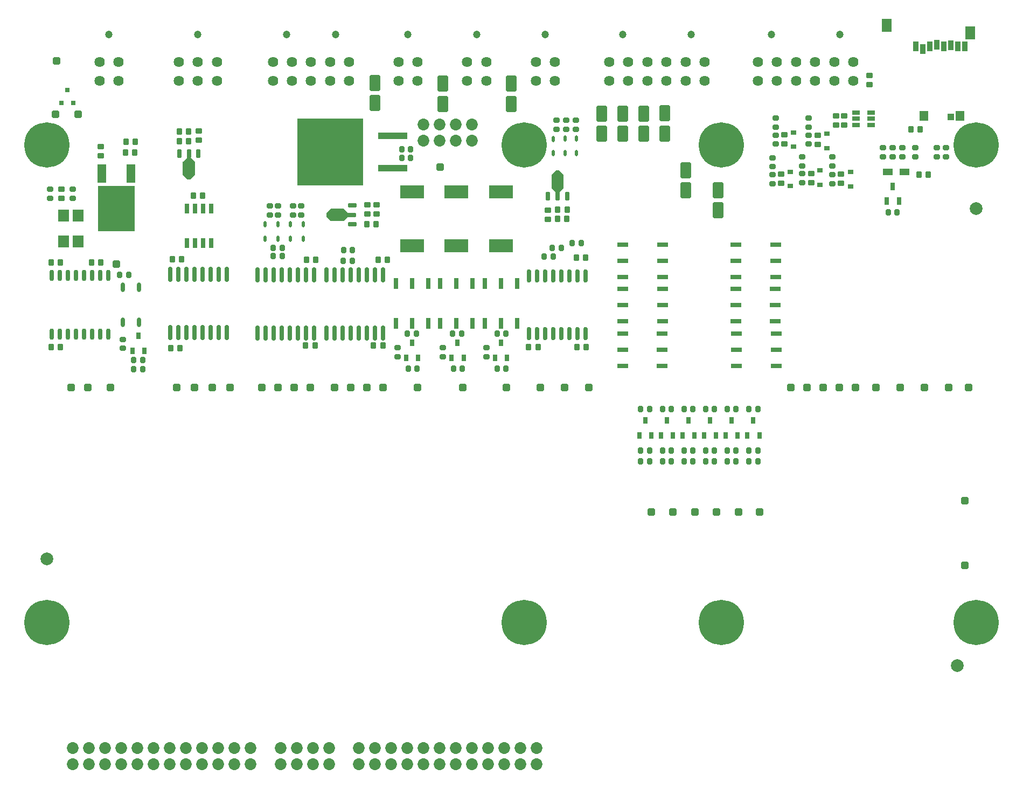
<source format=gts>
G04*
G04 #@! TF.GenerationSoftware,Altium Limited,Altium Designer,21.4.1 (30)*
G04*
G04 Layer_Color=8388736*
%FSLAX25Y25*%
%MOIN*%
G70*
G04*
G04 #@! TF.SameCoordinates,07BA8920-E91E-4FA6-B340-E2803C7595EB*
G04*
G04*
G04 #@! TF.FilePolarity,Negative*
G04*
G01*
G75*
%ADD51R,0.02762X0.04337*%
%ADD52R,0.02762X0.04534*%
%ADD53R,0.17920X0.04337*%
%ADD54R,0.40558X0.41542*%
%ADD55R,0.05912X0.07880*%
%ADD56R,0.05518X0.05912*%
%ADD57R,0.04337X0.04140*%
%ADD58R,0.03550X0.06306*%
G04:AMPARAMS|DCode=59|XSize=39.43mil|YSize=31.56mil|CornerRadius=8.89mil|HoleSize=0mil|Usage=FLASHONLY|Rotation=90.000|XOffset=0mil|YOffset=0mil|HoleType=Round|Shape=RoundedRectangle|*
%AMROUNDEDRECTD59*
21,1,0.03943,0.01378,0,0,90.0*
21,1,0.02165,0.03156,0,0,90.0*
1,1,0.01778,0.00689,0.01083*
1,1,0.01778,0.00689,-0.01083*
1,1,0.01778,-0.00689,-0.01083*
1,1,0.01778,-0.00689,0.01083*
%
%ADD59ROUNDEDRECTD59*%
G04:AMPARAMS|DCode=60|XSize=39.43mil|YSize=31.56mil|CornerRadius=8.89mil|HoleSize=0mil|Usage=FLASHONLY|Rotation=180.000|XOffset=0mil|YOffset=0mil|HoleType=Round|Shape=RoundedRectangle|*
%AMROUNDEDRECTD60*
21,1,0.03943,0.01378,0,0,180.0*
21,1,0.02165,0.03156,0,0,180.0*
1,1,0.01778,-0.01083,0.00689*
1,1,0.01778,0.01083,0.00689*
1,1,0.01778,0.01083,-0.00689*
1,1,0.01778,-0.01083,-0.00689*
%
%ADD60ROUNDEDRECTD60*%
G04:AMPARAMS|DCode=61|XSize=43.37mil|YSize=43.37mil|CornerRadius=5.94mil|HoleSize=0mil|Usage=FLASHONLY|Rotation=270.000|XOffset=0mil|YOffset=0mil|HoleType=Round|Shape=RoundedRectangle|*
%AMROUNDEDRECTD61*
21,1,0.04337,0.03150,0,0,270.0*
21,1,0.03150,0.04337,0,0,270.0*
1,1,0.01187,-0.01575,-0.01575*
1,1,0.01187,-0.01575,0.01575*
1,1,0.01187,0.01575,0.01575*
1,1,0.01187,0.01575,-0.01575*
%
%ADD61ROUNDEDRECTD61*%
G04:AMPARAMS|DCode=62|XSize=27.62mil|YSize=51.24mil|CornerRadius=4.01mil|HoleSize=0mil|Usage=FLASHONLY|Rotation=270.000|XOffset=0mil|YOffset=0mil|HoleType=Round|Shape=RoundedRectangle|*
%AMROUNDEDRECTD62*
21,1,0.02762,0.04323,0,0,270.0*
21,1,0.01961,0.05124,0,0,270.0*
1,1,0.00802,-0.02161,-0.00980*
1,1,0.00802,-0.02161,0.00980*
1,1,0.00802,0.02161,0.00980*
1,1,0.00802,0.02161,-0.00980*
%
%ADD62ROUNDEDRECTD62*%
G04:AMPARAMS|DCode=63|XSize=23.68mil|YSize=55.18mil|CornerRadius=3.97mil|HoleSize=0mil|Usage=FLASHONLY|Rotation=270.000|XOffset=0mil|YOffset=0mil|HoleType=Round|Shape=RoundedRectangle|*
%AMROUNDEDRECTD63*
21,1,0.02368,0.04724,0,0,270.0*
21,1,0.01575,0.05518,0,0,270.0*
1,1,0.00794,-0.02362,-0.00787*
1,1,0.00794,-0.02362,0.00787*
1,1,0.00794,0.02362,0.00787*
1,1,0.00794,0.02362,-0.00787*
%
%ADD63ROUNDEDRECTD63*%
%ADD64R,0.04731X0.02762*%
%ADD65O,0.02762X0.09455*%
G04:AMPARAMS|DCode=66|XSize=27.62mil|YSize=63.06mil|CornerRadius=7.91mil|HoleSize=0mil|Usage=FLASHONLY|Rotation=180.000|XOffset=0mil|YOffset=0mil|HoleType=Round|Shape=RoundedRectangle|*
%AMROUNDEDRECTD66*
21,1,0.02762,0.04724,0,0,180.0*
21,1,0.01181,0.06306,0,0,180.0*
1,1,0.01581,-0.00591,0.02362*
1,1,0.01581,0.00591,0.02362*
1,1,0.01581,0.00591,-0.02362*
1,1,0.01581,-0.00591,-0.02362*
%
%ADD66ROUNDEDRECTD66*%
G04:AMPARAMS|DCode=67|XSize=27.62mil|YSize=51.24mil|CornerRadius=4.01mil|HoleSize=0mil|Usage=FLASHONLY|Rotation=0.000|XOffset=0mil|YOffset=0mil|HoleType=Round|Shape=RoundedRectangle|*
%AMROUNDEDRECTD67*
21,1,0.02762,0.04323,0,0,0.0*
21,1,0.01961,0.05124,0,0,0.0*
1,1,0.00802,0.00980,-0.02161*
1,1,0.00802,-0.00980,-0.02161*
1,1,0.00802,-0.00980,0.02161*
1,1,0.00802,0.00980,0.02161*
%
%ADD67ROUNDEDRECTD67*%
G04:AMPARAMS|DCode=68|XSize=23.68mil|YSize=55.18mil|CornerRadius=3.97mil|HoleSize=0mil|Usage=FLASHONLY|Rotation=0.000|XOffset=0mil|YOffset=0mil|HoleType=Round|Shape=RoundedRectangle|*
%AMROUNDEDRECTD68*
21,1,0.02368,0.04724,0,0,0.0*
21,1,0.01575,0.05518,0,0,0.0*
1,1,0.00794,0.00787,-0.02362*
1,1,0.00794,-0.00787,-0.02362*
1,1,0.00794,-0.00787,0.02362*
1,1,0.00794,0.00787,0.02362*
%
%ADD68ROUNDEDRECTD68*%
%ADD69O,0.02762X0.08274*%
%ADD70R,0.15164X0.08274*%
G04:AMPARAMS|DCode=71|XSize=65.02mil|YSize=100.46mil|CornerRadius=9.63mil|HoleSize=0mil|Usage=FLASHONLY|Rotation=180.000|XOffset=0mil|YOffset=0mil|HoleType=Round|Shape=RoundedRectangle|*
%AMROUNDEDRECTD71*
21,1,0.06502,0.08120,0,0,180.0*
21,1,0.04577,0.10046,0,0,180.0*
1,1,0.01926,-0.02288,0.04060*
1,1,0.01926,0.02288,0.04060*
1,1,0.01926,0.02288,-0.04060*
1,1,0.01926,-0.02288,-0.04060*
%
%ADD71ROUNDEDRECTD71*%
G04:AMPARAMS|DCode=72|XSize=41.4mil|YSize=33.53mil|CornerRadius=9.38mil|HoleSize=0mil|Usage=FLASHONLY|Rotation=270.000|XOffset=0mil|YOffset=0mil|HoleType=Round|Shape=RoundedRectangle|*
%AMROUNDEDRECTD72*
21,1,0.04140,0.01476,0,0,270.0*
21,1,0.02264,0.03353,0,0,270.0*
1,1,0.01876,-0.00738,-0.01132*
1,1,0.01876,-0.00738,0.01132*
1,1,0.01876,0.00738,0.01132*
1,1,0.01876,0.00738,-0.01132*
%
%ADD72ROUNDEDRECTD72*%
%ADD73R,0.07093X0.07684*%
%ADD74C,0.07874*%
G04:AMPARAMS|DCode=75|XSize=43.37mil|YSize=43.37mil|CornerRadius=5.94mil|HoleSize=0mil|Usage=FLASHONLY|Rotation=0.000|XOffset=0mil|YOffset=0mil|HoleType=Round|Shape=RoundedRectangle|*
%AMROUNDEDRECTD75*
21,1,0.04337,0.03150,0,0,0.0*
21,1,0.03150,0.04337,0,0,0.0*
1,1,0.01187,0.01575,-0.01575*
1,1,0.01187,-0.01575,-0.01575*
1,1,0.01187,-0.01575,0.01575*
1,1,0.01187,0.01575,0.01575*
%
%ADD75ROUNDEDRECTD75*%
%ADD76R,0.05912X0.04337*%
%ADD77R,0.06896X0.02762*%
%ADD78R,0.02762X0.06896*%
%ADD79O,0.02565X0.07093*%
%ADD80O,0.02565X0.05912*%
%ADD81R,0.22841X0.27959*%
%ADD82R,0.05321X0.11817*%
G04:AMPARAMS|DCode=83|XSize=21.72mil|YSize=37.47mil|CornerRadius=6.43mil|HoleSize=0mil|Usage=FLASHONLY|Rotation=0.000|XOffset=0mil|YOffset=0mil|HoleType=Round|Shape=RoundedRectangle|*
%AMROUNDEDRECTD83*
21,1,0.02172,0.02461,0,0,0.0*
21,1,0.00886,0.03747,0,0,0.0*
1,1,0.01286,0.00443,-0.01230*
1,1,0.01286,-0.00443,-0.01230*
1,1,0.01286,-0.00443,0.01230*
1,1,0.01286,0.00443,0.01230*
%
%ADD83ROUNDEDRECTD83*%
%ADD84R,0.03668X0.02880*%
%ADD85R,0.02762X0.03156*%
G04:AMPARAMS|DCode=86|XSize=41.4mil|YSize=33.53mil|CornerRadius=9.38mil|HoleSize=0mil|Usage=FLASHONLY|Rotation=0.000|XOffset=0mil|YOffset=0mil|HoleType=Round|Shape=RoundedRectangle|*
%AMROUNDEDRECTD86*
21,1,0.04140,0.01476,0,0,0.0*
21,1,0.02264,0.03353,0,0,0.0*
1,1,0.01876,0.01132,-0.00738*
1,1,0.01876,-0.01132,-0.00738*
1,1,0.01876,-0.01132,0.00738*
1,1,0.01876,0.01132,0.00738*
%
%ADD86ROUNDEDRECTD86*%
%ADD87C,0.06400*%
%ADD88C,0.04737*%
%ADD89C,0.07290*%
%ADD90C,0.27959*%
G36*
X108523Y386787D02*
X108561Y386775D01*
X108596Y386756D01*
X108626Y386732D01*
X108651Y386701D01*
X108670Y386666D01*
X108681Y386629D01*
X108685Y386589D01*
Y385885D01*
X111185Y383385D01*
X111210Y383355D01*
X111223Y383332D01*
X111229Y383320D01*
X111240Y383282D01*
X111244Y383243D01*
X111244Y383243D01*
Y375369D01*
X111240Y375330D01*
X111229Y375292D01*
X111210Y375257D01*
X111185Y375227D01*
X108626Y372668D01*
X108596Y372643D01*
X108573Y372631D01*
X108561Y372624D01*
X108523Y372613D01*
X108484Y372609D01*
X108484Y372609D01*
X106516D01*
X106476Y372613D01*
X106439Y372624D01*
X106404Y372643D01*
X106374Y372668D01*
X103815Y375227D01*
X103790Y375257D01*
X103778Y375280D01*
X103771Y375292D01*
X103760Y375330D01*
X103756Y375369D01*
X103756Y375369D01*
Y383243D01*
X103760Y383282D01*
X103771Y383320D01*
X103790Y383355D01*
X103815Y383385D01*
X106315Y385885D01*
Y386589D01*
X106319Y386629D01*
X106330Y386666D01*
X106349Y386701D01*
X106374Y386732D01*
X106404Y386756D01*
X106439Y386775D01*
X106476Y386787D01*
X106516Y386790D01*
X108484D01*
X108523Y386787D01*
D02*
G37*
G36*
X195379Y354359D02*
X203253D01*
X203292Y354355D01*
X203330Y354344D01*
X203365Y354325D01*
X203395Y354300D01*
X205895Y351800D01*
X206599D01*
X206639Y351796D01*
X206676Y351785D01*
X206711Y351766D01*
X206741Y351741D01*
X206767Y351711D01*
X206785Y351676D01*
X206797Y351639D01*
X206800Y351599D01*
Y349631D01*
X206797Y349591D01*
X206785Y349554D01*
X206767Y349519D01*
X206741Y349489D01*
X206711Y349464D01*
X206676Y349445D01*
X206639Y349434D01*
X206599Y349430D01*
X205895D01*
X203395Y346930D01*
X203365Y346905D01*
X203342Y346892D01*
X203330Y346886D01*
X203292Y346875D01*
X203253Y346871D01*
X203253Y346871D01*
X195379D01*
X195340Y346875D01*
X195302Y346886D01*
X195267Y346905D01*
X195237Y346930D01*
X192678Y349489D01*
X192653Y349519D01*
X192641Y349542D01*
X192634Y349554D01*
X192623Y349591D01*
X192619Y349631D01*
X192619Y349631D01*
Y351599D01*
X192623Y351639D01*
X192634Y351676D01*
X192653Y351711D01*
X192678Y351741D01*
X195237Y354300D01*
X195267Y354325D01*
X195290Y354338D01*
X195302Y354344D01*
X195340Y354355D01*
X195379Y354359D01*
X195379Y354359D01*
D02*
G37*
G36*
X334641Y377996D02*
X336609D01*
X336649Y377992D01*
X336686Y377981D01*
X336721Y377962D01*
X336751Y377937D01*
X339310Y375378D01*
X339335Y375348D01*
X339348Y375325D01*
X339354Y375313D01*
X339365Y375275D01*
X339369Y375236D01*
X339369Y375236D01*
Y367362D01*
X339365Y367323D01*
X339354Y367285D01*
X339335Y367250D01*
X339310Y367220D01*
X336810Y364720D01*
Y364016D01*
X336806Y363976D01*
X336795Y363939D01*
X336776Y363904D01*
X336751Y363874D01*
X336721Y363848D01*
X336686Y363830D01*
X336649Y363819D01*
X336609Y363815D01*
X334641D01*
X334601Y363819D01*
X334564Y363830D01*
X334529Y363848D01*
X334499Y363874D01*
X334474Y363904D01*
X334455Y363939D01*
X334444Y363976D01*
X334440Y364016D01*
Y364720D01*
X331940Y367220D01*
X331915Y367250D01*
X331903Y367273D01*
X331896Y367285D01*
X331885Y367323D01*
X331881Y367362D01*
X331881Y367362D01*
Y375236D01*
X331885Y375275D01*
X331896Y375313D01*
X331915Y375348D01*
X331940Y375378D01*
X334499Y377937D01*
X334529Y377962D01*
X334552Y377974D01*
X334564Y377981D01*
X334601Y377992D01*
X334641Y377996D01*
X334641Y377996D01*
D02*
G37*
D51*
X453009Y214141D02*
D03*
X460489D02*
D03*
X456749Y223589D02*
D03*
X412884Y214141D02*
D03*
X420364D02*
D03*
X416624Y223589D02*
D03*
X439634Y214141D02*
D03*
X447114D02*
D03*
X443374Y223589D02*
D03*
X399509Y214141D02*
D03*
X406989D02*
D03*
X403249Y223589D02*
D03*
X426259Y214141D02*
D03*
X433739D02*
D03*
X429999Y223589D02*
D03*
X386134Y214141D02*
D03*
X393614D02*
D03*
X389874Y223589D02*
D03*
X241885Y262141D02*
D03*
X249365D02*
D03*
X245625Y271589D02*
D03*
X270010Y262141D02*
D03*
X277490D02*
D03*
X273750Y271589D02*
D03*
X296885Y262141D02*
D03*
X304365D02*
D03*
X300625Y271589D02*
D03*
X72510Y266516D02*
D03*
X79990D02*
D03*
X76250Y275964D02*
D03*
D52*
X543126Y368268D02*
D03*
X546866Y359212D02*
D03*
X539386D02*
D03*
D53*
X233553Y379365D02*
D03*
Y399365D02*
D03*
D54*
X194971Y389365D02*
D03*
D55*
X539313Y467867D02*
D03*
X590887Y463142D02*
D03*
D56*
X562147Y411961D02*
D03*
X584588D02*
D03*
D57*
X579116Y411076D02*
D03*
D58*
X574785Y454717D02*
D03*
X579116Y455505D02*
D03*
X583447Y454717D02*
D03*
X587777D02*
D03*
X570454Y455800D02*
D03*
X566124Y454717D02*
D03*
X561793Y453142D02*
D03*
X557462Y454717D02*
D03*
D59*
X459505Y230398D02*
D03*
X453993D02*
D03*
X413868Y230398D02*
D03*
X419380D02*
D03*
X459505Y198000D02*
D03*
X453993D02*
D03*
X419380D02*
D03*
X413868D02*
D03*
X446130Y230398D02*
D03*
X440618D02*
D03*
X400493Y230398D02*
D03*
X406005D02*
D03*
X446130Y198000D02*
D03*
X440618D02*
D03*
X406005D02*
D03*
X400493D02*
D03*
X432755Y230398D02*
D03*
X427243D02*
D03*
X387118Y230398D02*
D03*
X392630D02*
D03*
X432755Y198000D02*
D03*
X427243D02*
D03*
X392630D02*
D03*
X387118D02*
D03*
X203118Y322240D02*
D03*
X208630D02*
D03*
X203244Y328950D02*
D03*
X208756D02*
D03*
X159744Y325000D02*
D03*
X165256D02*
D03*
X159744Y330000D02*
D03*
X165256D02*
D03*
X242744Y277114D02*
D03*
X248256D02*
D03*
X248756Y255332D02*
D03*
X243244D02*
D03*
X270744Y277114D02*
D03*
X276256D02*
D03*
X276756Y255332D02*
D03*
X271244D02*
D03*
X298244Y277240D02*
D03*
X303756D02*
D03*
X303756Y255332D02*
D03*
X298244D02*
D03*
X244756Y385740D02*
D03*
X239244D02*
D03*
X78882Y255240D02*
D03*
X73370D02*
D03*
X64744Y313609D02*
D03*
X70256D02*
D03*
X453993Y204710D02*
D03*
X459505D02*
D03*
X413868D02*
D03*
X419380D02*
D03*
X440618D02*
D03*
X446130D02*
D03*
X400493D02*
D03*
X406005D02*
D03*
X427243D02*
D03*
X432755D02*
D03*
X387118D02*
D03*
X392630D02*
D03*
X545756Y352114D02*
D03*
X540244D02*
D03*
X327370Y324740D02*
D03*
X332882D02*
D03*
X332370Y330240D02*
D03*
X337882D02*
D03*
X350256Y333240D02*
D03*
X344744D02*
D03*
X244756Y391240D02*
D03*
X239244D02*
D03*
X78882Y260740D02*
D03*
X73370D02*
D03*
D60*
X172000Y355996D02*
D03*
Y350484D02*
D03*
X177000Y355996D02*
D03*
Y350484D02*
D03*
X157500Y355996D02*
D03*
Y350484D02*
D03*
X162500Y355996D02*
D03*
Y350484D02*
D03*
X505500Y369858D02*
D03*
Y375370D02*
D03*
Y380858D02*
D03*
Y386370D02*
D03*
X487000Y370610D02*
D03*
Y376122D02*
D03*
Y380858D02*
D03*
Y386370D02*
D03*
X491000Y394358D02*
D03*
Y399870D02*
D03*
Y404858D02*
D03*
Y410370D02*
D03*
X468500Y369858D02*
D03*
Y375370D02*
D03*
Y380358D02*
D03*
Y385870D02*
D03*
X470500Y394358D02*
D03*
Y399870D02*
D03*
Y404858D02*
D03*
Y410370D02*
D03*
X335000Y408996D02*
D03*
Y403484D02*
D03*
X341000Y408996D02*
D03*
Y403484D02*
D03*
X347000Y408996D02*
D03*
Y403484D02*
D03*
X66626Y273496D02*
D03*
Y267984D02*
D03*
X21800Y366456D02*
D03*
Y360944D02*
D03*
X570374Y386484D02*
D03*
Y391996D02*
D03*
X542874Y386484D02*
D03*
Y391996D02*
D03*
X557126Y391996D02*
D03*
Y386484D02*
D03*
X548874Y386484D02*
D03*
Y391996D02*
D03*
X575874Y386484D02*
D03*
Y391996D02*
D03*
X536874Y386484D02*
D03*
Y391996D02*
D03*
X236500Y262858D02*
D03*
Y268370D02*
D03*
X264500Y262858D02*
D03*
Y268370D02*
D03*
X291500Y262858D02*
D03*
Y268370D02*
D03*
X35706Y360944D02*
D03*
Y366456D02*
D03*
D61*
X197500Y243740D02*
D03*
X217500D02*
D03*
X207500D02*
D03*
X227500D02*
D03*
X162500D02*
D03*
X182500D02*
D03*
X152500D02*
D03*
X172500D02*
D03*
X133000D02*
D03*
X111000D02*
D03*
X122000D02*
D03*
X100000D02*
D03*
X45000D02*
D03*
X34500D02*
D03*
X460500Y166740D02*
D03*
X420500D02*
D03*
X447500D02*
D03*
X407000D02*
D03*
X434000D02*
D03*
X393500D02*
D03*
X500000Y243740D02*
D03*
X490000D02*
D03*
X520000D02*
D03*
X510000D02*
D03*
X480000D02*
D03*
X590000D02*
D03*
X577500D02*
D03*
X562500D02*
D03*
X547500D02*
D03*
X532500D02*
D03*
X340000D02*
D03*
X325000D02*
D03*
X355000D02*
D03*
X249000D02*
D03*
X277000D02*
D03*
X304000D02*
D03*
X59000D02*
D03*
X62500Y320217D02*
D03*
X25500Y445740D02*
D03*
D62*
X208568Y356521D02*
D03*
Y344709D02*
D03*
D63*
X208371Y350615D02*
D03*
D64*
X529749Y413740D02*
D03*
Y410000D02*
D03*
Y406260D02*
D03*
X520300D02*
D03*
Y410000D02*
D03*
Y413740D02*
D03*
D65*
X96125Y277728D02*
D03*
X101125D02*
D03*
X106125D02*
D03*
X111125D02*
D03*
X116125D02*
D03*
X121125D02*
D03*
X126125D02*
D03*
X131125D02*
D03*
X96125Y313752D02*
D03*
X101125D02*
D03*
X106125D02*
D03*
X111125D02*
D03*
X116125D02*
D03*
X121125D02*
D03*
X126125D02*
D03*
X131125D02*
D03*
X227500Y313627D02*
D03*
X222500D02*
D03*
X217500D02*
D03*
X212500D02*
D03*
X207500D02*
D03*
X202500D02*
D03*
X197500D02*
D03*
X192500D02*
D03*
X227500Y277603D02*
D03*
X222500D02*
D03*
X217500D02*
D03*
X212500D02*
D03*
X207500D02*
D03*
X202500D02*
D03*
X197500D02*
D03*
X192500D02*
D03*
X185000Y313627D02*
D03*
X180000D02*
D03*
X175000D02*
D03*
X170000D02*
D03*
X165000D02*
D03*
X160000D02*
D03*
X155000D02*
D03*
X150000D02*
D03*
X185000Y277603D02*
D03*
X180000D02*
D03*
X175000D02*
D03*
X170000D02*
D03*
X165000D02*
D03*
X160000D02*
D03*
X155000D02*
D03*
X150000D02*
D03*
D66*
X121250Y354370D02*
D03*
X116250D02*
D03*
X111250D02*
D03*
X106250D02*
D03*
X121250Y333110D02*
D03*
X116250D02*
D03*
X111250D02*
D03*
X106250D02*
D03*
D67*
X101594Y388558D02*
D03*
X113406D02*
D03*
X341530Y362047D02*
D03*
X329719D02*
D03*
D68*
X107500Y388361D02*
D03*
X335625Y362244D02*
D03*
D69*
X318125Y277274D02*
D03*
X323125D02*
D03*
X328125D02*
D03*
X333125D02*
D03*
X338125D02*
D03*
X343125D02*
D03*
X348125D02*
D03*
X353125D02*
D03*
X318125Y312706D02*
D03*
X323125D02*
D03*
X328125D02*
D03*
X333125D02*
D03*
X338125D02*
D03*
X343125D02*
D03*
X348125D02*
D03*
X353125D02*
D03*
D70*
X245500Y331508D02*
D03*
Y364972D02*
D03*
X273000Y331508D02*
D03*
Y364972D02*
D03*
X300500Y331508D02*
D03*
Y364972D02*
D03*
D71*
X435000Y365941D02*
D03*
Y353441D02*
D03*
X389000Y413315D02*
D03*
Y400815D02*
D03*
X415000Y378315D02*
D03*
Y365815D02*
D03*
X376000Y413315D02*
D03*
Y400815D02*
D03*
X402000Y413441D02*
D03*
Y400941D02*
D03*
X363000Y413315D02*
D03*
Y400815D02*
D03*
X222500Y419665D02*
D03*
Y432165D02*
D03*
X264500Y419165D02*
D03*
Y431665D02*
D03*
X307000Y419165D02*
D03*
Y431665D02*
D03*
D72*
X224646Y322800D02*
D03*
X230354D02*
D03*
X565000Y375600D02*
D03*
X559291D02*
D03*
X74228Y395740D02*
D03*
X68520D02*
D03*
X221772Y269740D02*
D03*
X227480D02*
D03*
X179772D02*
D03*
X185480D02*
D03*
X223354Y344866D02*
D03*
X217646D02*
D03*
X180272Y322740D02*
D03*
X185980D02*
D03*
X554146Y403366D02*
D03*
X559854D02*
D03*
X101854Y268164D02*
D03*
X96146D02*
D03*
X102980Y323240D02*
D03*
X97272D02*
D03*
X115854Y362359D02*
D03*
X110146D02*
D03*
X107228Y402240D02*
D03*
X101520D02*
D03*
X107228Y396240D02*
D03*
X101520D02*
D03*
X347646Y268740D02*
D03*
X353354D02*
D03*
X317772D02*
D03*
X323480D02*
D03*
X347146Y324000D02*
D03*
X352854D02*
D03*
X335772Y353740D02*
D03*
X341480D02*
D03*
X335520Y348240D02*
D03*
X341228D02*
D03*
X22146Y268901D02*
D03*
X27854D02*
D03*
X22146Y321099D02*
D03*
X27854D02*
D03*
X47146D02*
D03*
X52854D02*
D03*
X73980Y389240D02*
D03*
X68272D02*
D03*
D73*
X29872Y334128D02*
D03*
X38928D02*
D03*
X29872Y350072D02*
D03*
X38928D02*
D03*
D74*
X582988Y71831D02*
D03*
X19685Y137795D02*
D03*
X594488Y354331D02*
D03*
D75*
X587500Y133740D02*
D03*
Y173740D02*
D03*
X263000Y380000D02*
D03*
X39000Y412740D02*
D03*
X25000D02*
D03*
D76*
X540008Y377240D02*
D03*
X550244D02*
D03*
D77*
X470677Y312240D02*
D03*
Y322240D02*
D03*
Y332240D02*
D03*
X446071Y312240D02*
D03*
Y322240D02*
D03*
Y332240D02*
D03*
X375823Y277240D02*
D03*
Y267240D02*
D03*
Y257240D02*
D03*
X400429Y277240D02*
D03*
Y267240D02*
D03*
Y257240D02*
D03*
X470429Y284740D02*
D03*
Y294740D02*
D03*
Y304740D02*
D03*
X445823Y284740D02*
D03*
Y294740D02*
D03*
Y304740D02*
D03*
X376071D02*
D03*
Y294740D02*
D03*
Y284740D02*
D03*
X400677Y304740D02*
D03*
Y294740D02*
D03*
Y284740D02*
D03*
X470929Y257240D02*
D03*
Y267240D02*
D03*
Y277240D02*
D03*
X446323Y257240D02*
D03*
Y267240D02*
D03*
Y277240D02*
D03*
X376071Y332240D02*
D03*
Y322240D02*
D03*
Y312240D02*
D03*
X400677Y332240D02*
D03*
Y322240D02*
D03*
Y312240D02*
D03*
D78*
X235626Y283437D02*
D03*
X245626D02*
D03*
X255626D02*
D03*
X235626Y308043D02*
D03*
X245626D02*
D03*
X255626D02*
D03*
X263126Y283437D02*
D03*
X273126D02*
D03*
X283126D02*
D03*
X263126Y308043D02*
D03*
X273126D02*
D03*
X283126D02*
D03*
X290626Y283437D02*
D03*
X300626D02*
D03*
X310626D02*
D03*
X290626Y308043D02*
D03*
X300626D02*
D03*
X310626D02*
D03*
D79*
X57500Y313307D02*
D03*
X52500D02*
D03*
X47500D02*
D03*
X42500D02*
D03*
X37500D02*
D03*
X32500D02*
D03*
X27500D02*
D03*
X22500D02*
D03*
X57500Y276693D02*
D03*
X52500D02*
D03*
X47500D02*
D03*
X42500D02*
D03*
X37500D02*
D03*
X32500D02*
D03*
X27500D02*
D03*
X22500D02*
D03*
D80*
X66710Y284065D02*
D03*
X76710D02*
D03*
X66710Y305915D02*
D03*
X76710D02*
D03*
D81*
X62500Y354350D02*
D03*
D82*
X53524Y376201D02*
D03*
X71476D02*
D03*
D83*
X170391Y344660D02*
D03*
Y335802D02*
D03*
X178281Y344660D02*
D03*
Y335802D02*
D03*
X154609Y344660D02*
D03*
Y335802D02*
D03*
X162500Y344660D02*
D03*
Y335802D02*
D03*
X333000Y397629D02*
D03*
Y388771D02*
D03*
X340191Y397660D02*
D03*
Y388802D02*
D03*
X347381Y397660D02*
D03*
Y388802D02*
D03*
D84*
X517000Y368224D02*
D03*
Y377004D02*
D03*
X498125Y369224D02*
D03*
Y378004D02*
D03*
X502250Y391974D02*
D03*
Y400754D02*
D03*
X479750Y368474D02*
D03*
Y377254D02*
D03*
X481500Y392724D02*
D03*
Y401504D02*
D03*
D85*
X32250Y427677D02*
D03*
X28510Y419803D02*
D03*
X35990D02*
D03*
D86*
X218000Y351012D02*
D03*
Y356720D02*
D03*
X223500Y351012D02*
D03*
Y356720D02*
D03*
X511000Y370012D02*
D03*
Y375720D02*
D03*
X528500Y431012D02*
D03*
Y436720D02*
D03*
X492500Y370512D02*
D03*
Y376220D02*
D03*
X496500Y394012D02*
D03*
Y399720D02*
D03*
X508000Y411968D02*
D03*
Y406260D02*
D03*
X513000Y411968D02*
D03*
Y406260D02*
D03*
X474000Y370012D02*
D03*
Y375720D02*
D03*
X476000Y394512D02*
D03*
Y400220D02*
D03*
X113500Y402594D02*
D03*
Y396886D02*
D03*
X329626Y347886D02*
D03*
Y353594D02*
D03*
X28800Y366554D02*
D03*
Y360846D02*
D03*
X53000Y387260D02*
D03*
Y392968D02*
D03*
D87*
X426626Y433441D02*
D03*
X391224D02*
D03*
X426626Y445240D02*
D03*
X391224D02*
D03*
X403028Y433441D02*
D03*
X414827D02*
D03*
X379425D02*
D03*
X367626D02*
D03*
X403028Y445240D02*
D03*
X414827D02*
D03*
X379425D02*
D03*
X367626D02*
D03*
X206724Y433441D02*
D03*
X183126D02*
D03*
X159528D02*
D03*
X206724Y445240D02*
D03*
X183126D02*
D03*
X159528D02*
D03*
X194874Y433441D02*
D03*
X171378D02*
D03*
X194874Y445240D02*
D03*
X171378D02*
D03*
X518626Y433441D02*
D03*
X483224D02*
D03*
X518626Y445240D02*
D03*
X483224D02*
D03*
X495028Y433441D02*
D03*
X506827D02*
D03*
X471425D02*
D03*
X459626D02*
D03*
X495028Y445240D02*
D03*
X506827D02*
D03*
X471425D02*
D03*
X459626D02*
D03*
X101378Y433441D02*
D03*
X113126D02*
D03*
X124874D02*
D03*
Y445240D02*
D03*
X113126D02*
D03*
X101378D02*
D03*
X237224Y433441D02*
D03*
X249028D02*
D03*
Y445240D02*
D03*
X237224D02*
D03*
X279724Y433441D02*
D03*
X291528D02*
D03*
Y445240D02*
D03*
X279724D02*
D03*
X322224Y433441D02*
D03*
X334028D02*
D03*
Y445240D02*
D03*
X322224D02*
D03*
X52224Y433441D02*
D03*
X64028D02*
D03*
Y445240D02*
D03*
X52224D02*
D03*
D88*
X376075Y462240D02*
D03*
X418177D02*
D03*
X167976D02*
D03*
X198276D02*
D03*
X468075D02*
D03*
X510177D02*
D03*
X113126D02*
D03*
X243126D02*
D03*
X285626D02*
D03*
X328126D02*
D03*
X58126D02*
D03*
D89*
X174134Y20748D02*
D03*
Y10748D02*
D03*
X184134D02*
D03*
Y20748D02*
D03*
X194134Y10748D02*
D03*
Y20748D02*
D03*
X164134D02*
D03*
Y10748D02*
D03*
X252717Y396575D02*
D03*
Y406575D02*
D03*
X282717D02*
D03*
Y396575D02*
D03*
X272717Y406575D02*
D03*
Y396575D02*
D03*
X262717D02*
D03*
Y406575D02*
D03*
X65551Y10748D02*
D03*
Y20748D02*
D03*
X105551D02*
D03*
Y10748D02*
D03*
X115551D02*
D03*
Y20748D02*
D03*
X125551Y10748D02*
D03*
Y20748D02*
D03*
X95551D02*
D03*
Y10748D02*
D03*
X85551D02*
D03*
Y20748D02*
D03*
X75551D02*
D03*
Y10748D02*
D03*
X55551Y20748D02*
D03*
Y10748D02*
D03*
X145551Y20748D02*
D03*
Y10748D02*
D03*
X135551Y20748D02*
D03*
Y10748D02*
D03*
X35551D02*
D03*
Y20748D02*
D03*
X45551D02*
D03*
Y10748D02*
D03*
X242717D02*
D03*
Y20748D02*
D03*
X282717D02*
D03*
Y10748D02*
D03*
X292717D02*
D03*
Y20748D02*
D03*
X302717Y10748D02*
D03*
Y20748D02*
D03*
X272717D02*
D03*
Y10748D02*
D03*
X262717D02*
D03*
Y20748D02*
D03*
X252717D02*
D03*
Y10748D02*
D03*
X232717Y20748D02*
D03*
Y10748D02*
D03*
X322717Y20748D02*
D03*
Y10748D02*
D03*
X312717Y20748D02*
D03*
Y10748D02*
D03*
X212717D02*
D03*
Y20748D02*
D03*
X222717D02*
D03*
Y10748D02*
D03*
D90*
X314961Y393701D02*
D03*
X437008D02*
D03*
X594488D02*
D03*
Y98425D02*
D03*
X437008D02*
D03*
X314961D02*
D03*
X19685D02*
D03*
Y393701D02*
D03*
M02*

</source>
